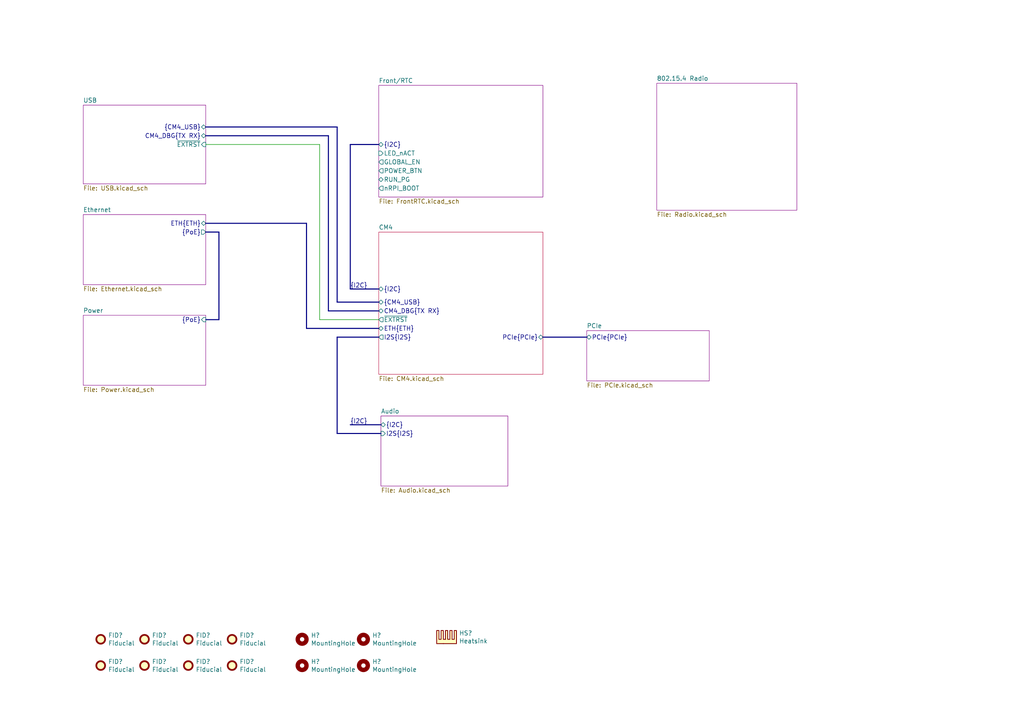
<source format=kicad_sch>
(kicad_sch (version 20201015) (generator eeschema)
  (paper "A4")
  (title_block (title "Light Blue") (date "2021-01-12") (rev "0.1") (company "Nabu Casa") (comment 2 "www.nabucasa.com"))
  (lib_symbols
    (symbol "Mechanical:Fiducial"
      (property "Reference" "FID" (at 0 5.08 0))
      (property "Value" "Fiducial" (at 0 3.175 0))
      (symbol "Fiducial_0_1"
        (circle (center 0 0) (radius 1.27) (stroke (width 0.508)) (fill (type background)))
      )
    )
    (symbol "Mechanical:Heatsink" (pin_names (offset 1.016))
      (property "Reference" "HS" (at 0 5.08 0))
      (property "Value" "Heatsink" (at 0 -1.27 0))
      (symbol "Heatsink_0_1"
        (polyline (pts (xy -0.3302 1.27) (xy -0.9652 1.27) (xy -0.9652 3.81) (xy -1.6002 3.81) (xy -1.6002 1.27) (xy -2.2352 1.27) (xy -2.2352 3.81) (xy -2.8702 3.81) (xy -2.8702 0) (xy -0.9652 0)) (stroke (width 0.254)) (fill (type background)))
        (polyline (pts (xy -0.3302 1.27) (xy -0.3302 3.81) (xy 0.3048 3.81) (xy 0.3048 1.27) (xy 0.9398 1.27) (xy 0.9398 3.81) (xy 1.5748 3.81) (xy 1.5748 1.27) (xy 2.2098 1.27) (xy 2.2098 3.81) (xy 2.8448 3.81) (xy 2.8448 0) (xy -0.9652 0)) (stroke (width 0.254)) (fill (type background)))
      )
    )
    (symbol "Mechanical:MountingHole" (pin_names (offset 1.016))
      (property "Reference" "H" (at 0 5.08 0))
      (property "Value" "MountingHole" (at 0 3.175 0))
      (symbol "MountingHole_0_1"
        (circle (center 0 0) (radius 1.27) (stroke (width 1.27)))
      )
    )
  )
  (wire (pts (xy 92.71 41.91) (xy 59.69 41.91)))
  (wire (pts (xy 92.71 92.71) (xy 92.71 41.91)))
  (wire (pts (xy 109.855 92.71) (xy 92.71 92.71)))
  (bus (pts (xy 59.69 64.77) (xy 88.9 64.77)))
  (bus (pts (xy 59.69 92.71) (xy 63.5 92.71)))
  (bus (pts (xy 63.5 67.31) (xy 59.69 67.31)))
  (bus (pts (xy 63.5 92.71) (xy 63.5 67.31)))
  (bus (pts (xy 88.9 64.77) (xy 88.9 95.25)))
  (bus (pts (xy 95.25 39.37) (xy 59.69 39.37)))
  (bus (pts (xy 95.25 90.17) (xy 95.25 39.37)))
  (bus (pts (xy 97.79 36.83) (xy 59.69 36.83)))
  (bus (pts (xy 97.79 87.63) (xy 97.79 36.83)))
  (bus (pts (xy 97.79 97.79) (xy 97.79 125.73)))
  (bus (pts (xy 97.79 125.73) (xy 110.49 125.73)))
  (bus (pts (xy 101.6 41.91) (xy 109.855 41.91)))
  (bus (pts (xy 101.6 83.82) (xy 101.6 41.91)))
  (bus (pts (xy 101.6 83.82) (xy 109.855 83.82)))
  (bus (pts (xy 101.6 123.19) (xy 110.49 123.19)))
  (bus (pts (xy 109.855 87.63) (xy 97.79 87.63)))
  (bus (pts (xy 109.855 90.17) (xy 95.25 90.17)))
  (bus (pts (xy 109.855 95.25) (xy 88.9 95.25)))
  (bus (pts (xy 109.855 97.79) (xy 97.79 97.79)))
  (bus (pts (xy 157.48 97.79) (xy 170.18 97.79)))
  (label "{I2C}" (at 101.6 83.82 0))
  (label "{I2C}" (at 101.6 123.19 0))
  (symbol (lib_id "Mechanical:Fiducial") (at 29.21 185.42 0) (unit 1)
    (property "Reference" "FID?" (at 31.3691 184.2706 0) (effects (justify left)))
    (property "Value" "Fiducial" (at 31.3691 186.5693 0) (effects (justify left)))
  )
  (symbol (lib_id "Mechanical:Fiducial") (at 29.21 193.04 0) (unit 1)
    (property "Reference" "FID?" (at 31.3691 191.8906 0) (effects (justify left)))
    (property "Value" "Fiducial" (at 31.3691 194.1893 0) (effects (justify left)))
  )
  (symbol (lib_id "Mechanical:Fiducial") (at 41.91 185.42 0) (unit 1)
    (property "Reference" "FID?" (at 44.0691 184.2706 0) (effects (justify left)))
    (property "Value" "Fiducial" (at 44.0691 186.5693 0) (effects (justify left)))
  )
  (symbol (lib_id "Mechanical:Fiducial") (at 41.91 193.04 0) (unit 1)
    (property "Reference" "FID?" (at 44.0691 191.8906 0) (effects (justify left)))
    (property "Value" "Fiducial" (at 44.0691 194.1893 0) (effects (justify left)))
  )
  (symbol (lib_id "Mechanical:Fiducial") (at 54.61 185.42 0) (unit 1)
    (property "Reference" "FID?" (at 56.7691 184.2706 0) (effects (justify left)))
    (property "Value" "Fiducial" (at 56.7691 186.5693 0) (effects (justify left)))
  )
  (symbol (lib_id "Mechanical:Fiducial") (at 54.61 193.04 0) (unit 1)
    (property "Reference" "FID?" (at 56.7691 191.8906 0) (effects (justify left)))
    (property "Value" "Fiducial" (at 56.7691 194.1893 0) (effects (justify left)))
  )
  (symbol (lib_id "Mechanical:Fiducial") (at 67.31 185.42 0) (unit 1)
    (property "Reference" "FID?" (at 69.4691 184.2706 0) (effects (justify left)))
    (property "Value" "Fiducial" (at 69.4691 186.5693 0) (effects (justify left)))
  )
  (symbol (lib_id "Mechanical:Fiducial") (at 67.31 193.04 0) (unit 1)
    (property "Reference" "FID?" (at 69.4691 191.8906 0) (effects (justify left)))
    (property "Value" "Fiducial" (at 69.4691 194.1893 0) (effects (justify left)))
  )
  (symbol (lib_id "Mechanical:MountingHole") (at 87.63 185.42 0) (unit 1)
    (property "Reference" "H?" (at 90.1701 184.2706 0) (effects (justify left)))
    (property "Value" "MountingHole" (at 90.1701 186.5693 0) (effects (justify left)))
  )
  (symbol (lib_id "Mechanical:MountingHole") (at 87.63 193.04 0) (unit 1)
    (property "Reference" "H?" (at 90.1701 191.8906 0) (effects (justify left)))
    (property "Value" "MountingHole" (at 90.1701 194.1893 0) (effects (justify left)))
  )
  (symbol (lib_id "Mechanical:MountingHole") (at 105.41 185.42 0) (unit 1)
    (property "Reference" "H?" (at 107.9501 184.2706 0) (effects (justify left)))
    (property "Value" "MountingHole" (at 107.9501 186.5693 0) (effects (justify left)))
  )
  (symbol (lib_id "Mechanical:MountingHole") (at 105.41 193.04 0) (unit 1)
    (property "Reference" "H?" (at 107.9501 191.8906 0) (effects (justify left)))
    (property "Value" "MountingHole" (at 107.9501 194.1893 0) (effects (justify left)))
  )
  (symbol (lib_id "Mechanical:Heatsink") (at 129.54 186.69 0) (unit 1)
    (property "Reference" "HS?" (at 133.1469 183.6356 0) (effects (justify left)))
    (property "Value" "Heatsink" (at 133.1469 185.9343 0) (effects (justify left)))
  )
  (sheet (at 190.5 24.13) (size 40.64 36.83) (stroke (width 0.001) (color 132 0 132 1)) (fill (color 255 255 255 0.0000))
    (property "Sheet name" "802.15.4 Radio" (at 190.5 23.4941 0) (effects (justify left bottom)))
    (property "Sheet file" "Radio.kicad_sch" (at 190.5 61.4689 0) (effects (justify left top)))
  )
  (sheet (at 110.49 120.65) (size 36.83 20.32) (stroke (width 0.001) (color 132 0 132 1)) (fill (color 255 255 255 0.0000))
    (property "Sheet name" "Audio" (at 110.49 120.0141 0) (effects (justify left bottom)))
    (property "Sheet file" "Audio.kicad_sch" (at 110.49 141.4789 0) (effects (justify left top)))
    (pin "{I2C}" bidirectional (at 110.49 123.19 180))
    (pin "I2S{I2S}" input (at 110.49 125.73 180))
  )
  (sheet (at 109.855 67.31) (size 47.625 41.275) (stroke (width 0.001) (color 187 17 66 1)) (fill (color 255 255 255 0.0000))
    (property "Sheet name" "CM4" (at 109.855 66.6741 0) (effects (justify left bottom)))
    (property "Sheet file" "CM4.kicad_sch" (at 109.855 109.0939 0) (effects (justify left top)))
    (pin "ETH{ETH}" bidirectional (at 109.855 95.25 180))
    (pin "{CM4_USB}" bidirectional (at 109.855 87.63 180))
    (pin "PCIe{PCIe}" bidirectional (at 157.48 97.79 0))
    (pin "{I2C}" bidirectional (at 109.855 83.82 180))
    (pin "CM4_DBG{TX RX}" bidirectional (at 109.855 90.17 180))
    (pin "I2S{I2S}" output (at 109.855 97.79 180))
    (pin "~EXTRST" output (at 109.855 92.71 180))
  )
  (sheet (at 24.13 62.23) (size 35.56 20.32) (stroke (width 0.001) (color 132 0 132 1)) (fill (color 255 255 255 0.0000))
    (property "Sheet name" "Ethernet" (at 24.13 61.5941 0) (effects (justify left bottom)))
    (property "Sheet file" "Ethernet.kicad_sch" (at 24.13 83.0589 0) (effects (justify left top)))
    (pin "ETH{ETH}" bidirectional (at 59.69 64.77 0))
    (pin "{PoE}" output (at 59.69 67.31 0))
  )
  (sheet (at 109.855 24.765) (size 47.625 32.385) (stroke (width 0.001) (color 132 0 132 1)) (fill (color 255 255 255 0.0000))
    (property "Sheet name" "Front/RTC" (at 109.855 24.1291 0) (effects (justify left bottom)))
    (property "Sheet file" "FrontRTC.kicad_sch" (at 109.855 57.6589 0) (effects (justify left top)))
    (pin "nRPI_BOOT" output (at 109.855 54.61 180))
    (pin "RUN_PG" bidirectional (at 109.855 52.07 180))
    (pin "POWER_BTN" output (at 109.855 49.53 180))
    (pin "GLOBAL_EN" output (at 109.855 46.99 180))
    (pin "LED_nACT" input (at 109.855 44.45 180))
    (pin "{I2C}" bidirectional (at 109.855 41.91 180))
  )
  (sheet (at 170.18 95.885) (size 35.56 14.605) (stroke (width 0.001) (color 132 0 132 1)) (fill (color 255 255 255 0.0000))
    (property "Sheet name" "PCIe" (at 170.18 95.2491 0) (effects (justify left bottom)))
    (property "Sheet file" "PCIe.kicad_sch" (at 170.18 110.9989 0) (effects (justify left top)))
    (pin "PCIe{PCIe}" bidirectional (at 170.18 97.79 180))
  )
  (sheet (at 24.13 91.44) (size 35.56 20.32) (stroke (width 0.001) (color 132 0 132 1)) (fill (color 255 255 255 0.0000))
    (property "Sheet name" "Power" (at 24.13 90.8041 0) (effects (justify left bottom)))
    (property "Sheet file" "Power.kicad_sch" (at 24.13 112.2689 0) (effects (justify left top)))
    (pin "{PoE}" input (at 59.69 92.71 0))
  )
  (sheet (at 24.13 30.48) (size 35.56 22.86) (stroke (width 0.001) (color 132 0 132 1)) (fill (color 255 255 255 0.0000))
    (property "Sheet name" "USB" (at 24.13 29.8441 0) (effects (justify left bottom)))
    (property "Sheet file" "USB.kicad_sch" (at 24.13 53.8489 0) (effects (justify left top)))
    (pin "{CM4_USB}" bidirectional (at 59.69 36.83 0))
    (pin "CM4_DBG{TX RX}" bidirectional (at 59.69 39.37 0))
    (pin "~EXTRST" input (at 59.69 41.91 0))
  )
)
</source>
